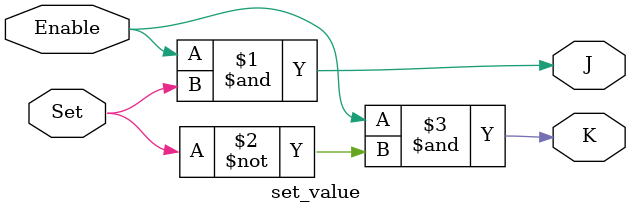
<source format=v>
module set_value(J, K, Enable, Set);
	output J, K;
	input Enable, Set;
	
	assign J = Enable & Set;
	assign K = Enable & ~Set;
	
endmodule
</source>
